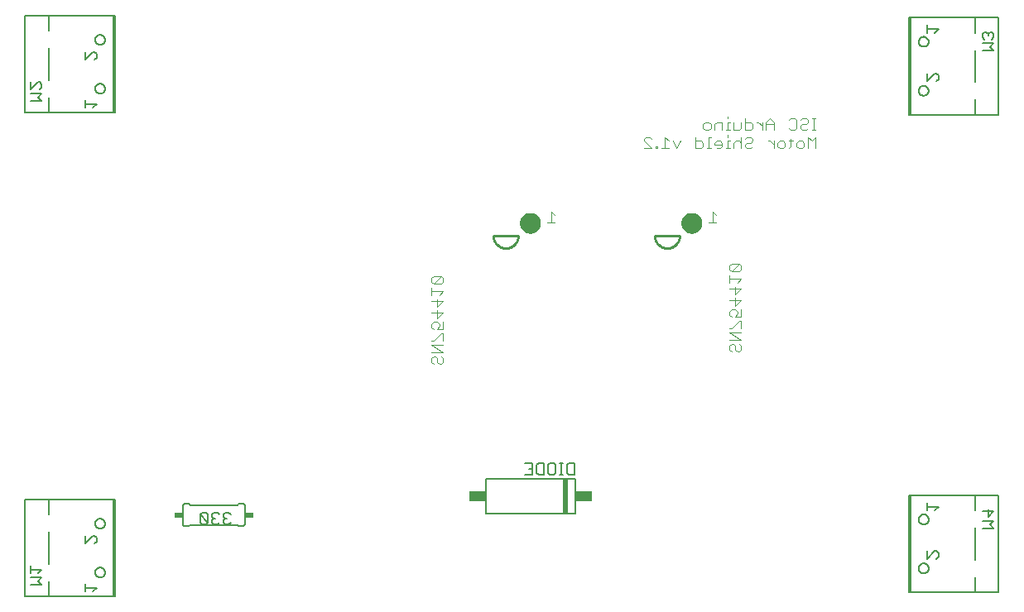
<source format=gbo>
G75*
%MOIN*%
%OFA0B0*%
%FSLAX25Y25*%
%IPPOS*%
%LPD*%
%AMOC8*
5,1,8,0,0,1.08239X$1,22.5*
%
%ADD10C,0.01000*%
%ADD11C,0.00400*%
%ADD12C,0.03200*%
%ADD13C,0.00600*%
%ADD14C,0.00500*%
%ADD15R,0.02000X0.14000*%
%ADD16R,0.06500X0.04200*%
%ADD17R,0.03400X0.02400*%
D10*
X0191800Y0149320D02*
X0201800Y0149320D01*
X0201798Y0149180D01*
X0201792Y0149040D01*
X0201782Y0148900D01*
X0201769Y0148760D01*
X0201751Y0148621D01*
X0201729Y0148482D01*
X0201704Y0148345D01*
X0201675Y0148207D01*
X0201642Y0148071D01*
X0201605Y0147936D01*
X0201564Y0147802D01*
X0201519Y0147669D01*
X0201471Y0147537D01*
X0201419Y0147407D01*
X0201364Y0147278D01*
X0201305Y0147151D01*
X0201242Y0147025D01*
X0201176Y0146901D01*
X0201107Y0146780D01*
X0201034Y0146660D01*
X0200957Y0146542D01*
X0200878Y0146427D01*
X0200795Y0146313D01*
X0200709Y0146203D01*
X0200620Y0146094D01*
X0200528Y0145988D01*
X0200433Y0145885D01*
X0200336Y0145784D01*
X0200235Y0145687D01*
X0200132Y0145592D01*
X0200026Y0145500D01*
X0199917Y0145411D01*
X0199807Y0145325D01*
X0199693Y0145242D01*
X0199578Y0145163D01*
X0199460Y0145086D01*
X0199340Y0145013D01*
X0199219Y0144944D01*
X0199095Y0144878D01*
X0198969Y0144815D01*
X0198842Y0144756D01*
X0198713Y0144701D01*
X0198583Y0144649D01*
X0198451Y0144601D01*
X0198318Y0144556D01*
X0198184Y0144515D01*
X0198049Y0144478D01*
X0197913Y0144445D01*
X0197775Y0144416D01*
X0197638Y0144391D01*
X0197499Y0144369D01*
X0197360Y0144351D01*
X0197220Y0144338D01*
X0197080Y0144328D01*
X0196940Y0144322D01*
X0196800Y0144320D01*
X0196660Y0144322D01*
X0196520Y0144328D01*
X0196380Y0144338D01*
X0196240Y0144351D01*
X0196101Y0144369D01*
X0195962Y0144391D01*
X0195825Y0144416D01*
X0195687Y0144445D01*
X0195551Y0144478D01*
X0195416Y0144515D01*
X0195282Y0144556D01*
X0195149Y0144601D01*
X0195017Y0144649D01*
X0194887Y0144701D01*
X0194758Y0144756D01*
X0194631Y0144815D01*
X0194505Y0144878D01*
X0194381Y0144944D01*
X0194260Y0145013D01*
X0194140Y0145086D01*
X0194022Y0145163D01*
X0193907Y0145242D01*
X0193793Y0145325D01*
X0193683Y0145411D01*
X0193574Y0145500D01*
X0193468Y0145592D01*
X0193365Y0145687D01*
X0193264Y0145784D01*
X0193167Y0145885D01*
X0193072Y0145988D01*
X0192980Y0146094D01*
X0192891Y0146203D01*
X0192805Y0146313D01*
X0192722Y0146427D01*
X0192643Y0146542D01*
X0192566Y0146660D01*
X0192493Y0146780D01*
X0192424Y0146901D01*
X0192358Y0147025D01*
X0192295Y0147151D01*
X0192236Y0147278D01*
X0192181Y0147407D01*
X0192129Y0147537D01*
X0192081Y0147669D01*
X0192036Y0147802D01*
X0191995Y0147936D01*
X0191958Y0148071D01*
X0191925Y0148207D01*
X0191896Y0148345D01*
X0191871Y0148482D01*
X0191849Y0148621D01*
X0191831Y0148760D01*
X0191818Y0148900D01*
X0191808Y0149040D01*
X0191802Y0149180D01*
X0191800Y0149320D01*
X0256800Y0149320D02*
X0266800Y0149320D01*
X0266798Y0149180D01*
X0266792Y0149040D01*
X0266782Y0148900D01*
X0266769Y0148760D01*
X0266751Y0148621D01*
X0266729Y0148482D01*
X0266704Y0148345D01*
X0266675Y0148207D01*
X0266642Y0148071D01*
X0266605Y0147936D01*
X0266564Y0147802D01*
X0266519Y0147669D01*
X0266471Y0147537D01*
X0266419Y0147407D01*
X0266364Y0147278D01*
X0266305Y0147151D01*
X0266242Y0147025D01*
X0266176Y0146901D01*
X0266107Y0146780D01*
X0266034Y0146660D01*
X0265957Y0146542D01*
X0265878Y0146427D01*
X0265795Y0146313D01*
X0265709Y0146203D01*
X0265620Y0146094D01*
X0265528Y0145988D01*
X0265433Y0145885D01*
X0265336Y0145784D01*
X0265235Y0145687D01*
X0265132Y0145592D01*
X0265026Y0145500D01*
X0264917Y0145411D01*
X0264807Y0145325D01*
X0264693Y0145242D01*
X0264578Y0145163D01*
X0264460Y0145086D01*
X0264340Y0145013D01*
X0264219Y0144944D01*
X0264095Y0144878D01*
X0263969Y0144815D01*
X0263842Y0144756D01*
X0263713Y0144701D01*
X0263583Y0144649D01*
X0263451Y0144601D01*
X0263318Y0144556D01*
X0263184Y0144515D01*
X0263049Y0144478D01*
X0262913Y0144445D01*
X0262775Y0144416D01*
X0262638Y0144391D01*
X0262499Y0144369D01*
X0262360Y0144351D01*
X0262220Y0144338D01*
X0262080Y0144328D01*
X0261940Y0144322D01*
X0261800Y0144320D01*
X0261660Y0144322D01*
X0261520Y0144328D01*
X0261380Y0144338D01*
X0261240Y0144351D01*
X0261101Y0144369D01*
X0260962Y0144391D01*
X0260825Y0144416D01*
X0260687Y0144445D01*
X0260551Y0144478D01*
X0260416Y0144515D01*
X0260282Y0144556D01*
X0260149Y0144601D01*
X0260017Y0144649D01*
X0259887Y0144701D01*
X0259758Y0144756D01*
X0259631Y0144815D01*
X0259505Y0144878D01*
X0259381Y0144944D01*
X0259260Y0145013D01*
X0259140Y0145086D01*
X0259022Y0145163D01*
X0258907Y0145242D01*
X0258793Y0145325D01*
X0258683Y0145411D01*
X0258574Y0145500D01*
X0258468Y0145592D01*
X0258365Y0145687D01*
X0258264Y0145784D01*
X0258167Y0145885D01*
X0258072Y0145988D01*
X0257980Y0146094D01*
X0257891Y0146203D01*
X0257805Y0146313D01*
X0257722Y0146427D01*
X0257643Y0146542D01*
X0257566Y0146660D01*
X0257493Y0146780D01*
X0257424Y0146901D01*
X0257358Y0147025D01*
X0257295Y0147151D01*
X0257236Y0147278D01*
X0257181Y0147407D01*
X0257129Y0147537D01*
X0257081Y0147669D01*
X0257036Y0147802D01*
X0256995Y0147936D01*
X0256958Y0148071D01*
X0256925Y0148207D01*
X0256896Y0148345D01*
X0256871Y0148482D01*
X0256849Y0148621D01*
X0256831Y0148760D01*
X0256818Y0148900D01*
X0256808Y0149040D01*
X0256802Y0149180D01*
X0256800Y0149320D01*
D11*
X0278531Y0154520D02*
X0281600Y0154520D01*
X0280065Y0154520D02*
X0280065Y0159124D01*
X0281600Y0157589D01*
X0287767Y0137985D02*
X0287000Y0137218D01*
X0287000Y0135683D01*
X0287767Y0134916D01*
X0290837Y0137985D01*
X0287767Y0137985D01*
X0287767Y0134916D02*
X0290837Y0134916D01*
X0291604Y0135683D01*
X0291604Y0137218D01*
X0290837Y0137985D01*
X0287000Y0133381D02*
X0287000Y0130312D01*
X0287000Y0131846D02*
X0291604Y0131846D01*
X0290069Y0130312D01*
X0289302Y0128777D02*
X0289302Y0125708D01*
X0291604Y0128010D01*
X0287000Y0128010D01*
X0289302Y0124173D02*
X0289302Y0121104D01*
X0291604Y0123406D01*
X0287000Y0123406D01*
X0287767Y0119569D02*
X0287000Y0118802D01*
X0287000Y0117267D01*
X0287767Y0116500D01*
X0289302Y0116500D02*
X0290069Y0118035D01*
X0290069Y0118802D01*
X0289302Y0119569D01*
X0287767Y0119569D01*
X0289302Y0116500D02*
X0291604Y0116500D01*
X0291604Y0119569D01*
X0291604Y0114965D02*
X0290837Y0114965D01*
X0287767Y0111896D01*
X0287000Y0111896D01*
X0287000Y0110361D02*
X0291604Y0110361D01*
X0291604Y0111896D02*
X0291604Y0114965D01*
X0287000Y0110361D02*
X0291604Y0107292D01*
X0287000Y0107292D01*
X0287767Y0105757D02*
X0287000Y0104990D01*
X0287000Y0103456D01*
X0287767Y0102688D01*
X0289302Y0103456D02*
X0289302Y0104990D01*
X0288535Y0105757D01*
X0287767Y0105757D01*
X0289302Y0103456D02*
X0290069Y0102688D01*
X0290837Y0102688D01*
X0291604Y0103456D01*
X0291604Y0104990D01*
X0290837Y0105757D01*
X0216600Y0154520D02*
X0213531Y0154520D01*
X0215065Y0154520D02*
X0215065Y0159124D01*
X0216600Y0157589D01*
X0252541Y0184520D02*
X0255610Y0184520D01*
X0252541Y0187589D01*
X0252541Y0188356D01*
X0253308Y0189124D01*
X0254843Y0189124D01*
X0255610Y0188356D01*
X0257145Y0185287D02*
X0257145Y0184520D01*
X0257912Y0184520D01*
X0257912Y0185287D01*
X0257145Y0185287D01*
X0259447Y0184520D02*
X0262516Y0184520D01*
X0260982Y0184520D02*
X0260982Y0189124D01*
X0262516Y0187589D01*
X0264051Y0187589D02*
X0265586Y0184520D01*
X0267120Y0187589D01*
X0273259Y0187589D02*
X0275561Y0187589D01*
X0276328Y0186822D01*
X0276328Y0185287D01*
X0275561Y0184520D01*
X0273259Y0184520D01*
X0273259Y0189124D01*
X0276328Y0192787D02*
X0276328Y0194322D01*
X0277095Y0195089D01*
X0278630Y0195089D01*
X0279397Y0194322D01*
X0279397Y0192787D01*
X0278630Y0192020D01*
X0277095Y0192020D01*
X0276328Y0192787D01*
X0280932Y0192020D02*
X0280932Y0194322D01*
X0281699Y0195089D01*
X0284001Y0195089D01*
X0284001Y0192020D01*
X0285536Y0192020D02*
X0287071Y0192020D01*
X0286303Y0192020D02*
X0286303Y0195089D01*
X0287071Y0195089D01*
X0288605Y0195089D02*
X0288605Y0192020D01*
X0290907Y0192020D01*
X0291674Y0192787D01*
X0291674Y0195089D01*
X0293209Y0195089D02*
X0295511Y0195089D01*
X0296278Y0194322D01*
X0296278Y0192787D01*
X0295511Y0192020D01*
X0293209Y0192020D01*
X0293209Y0196624D01*
X0297813Y0195089D02*
X0298580Y0195089D01*
X0300115Y0193554D01*
X0300115Y0192020D02*
X0300115Y0195089D01*
X0301650Y0195089D02*
X0301650Y0192020D01*
X0301650Y0194322D02*
X0304719Y0194322D01*
X0304719Y0195089D02*
X0303184Y0196624D01*
X0301650Y0195089D01*
X0304719Y0195089D02*
X0304719Y0192020D01*
X0304719Y0187589D02*
X0304719Y0184520D01*
X0304719Y0186054D02*
X0303184Y0187589D01*
X0302417Y0187589D01*
X0306254Y0186822D02*
X0307021Y0187589D01*
X0308556Y0187589D01*
X0309323Y0186822D01*
X0309323Y0185287D01*
X0308556Y0184520D01*
X0307021Y0184520D01*
X0306254Y0185287D01*
X0306254Y0186822D01*
X0310858Y0187589D02*
X0312392Y0187589D01*
X0311625Y0188356D02*
X0311625Y0185287D01*
X0310858Y0184520D01*
X0313927Y0185287D02*
X0313927Y0186822D01*
X0314694Y0187589D01*
X0316229Y0187589D01*
X0316996Y0186822D01*
X0316996Y0185287D01*
X0316229Y0184520D01*
X0314694Y0184520D01*
X0313927Y0185287D01*
X0318531Y0184520D02*
X0318531Y0189124D01*
X0320065Y0187589D01*
X0321600Y0189124D01*
X0321600Y0184520D01*
X0321600Y0192020D02*
X0320065Y0192020D01*
X0320833Y0192020D02*
X0320833Y0196624D01*
X0321600Y0196624D02*
X0320065Y0196624D01*
X0318531Y0195856D02*
X0318531Y0195089D01*
X0317763Y0194322D01*
X0316229Y0194322D01*
X0315461Y0193554D01*
X0315461Y0192787D01*
X0316229Y0192020D01*
X0317763Y0192020D01*
X0318531Y0192787D01*
X0318531Y0195856D02*
X0317763Y0196624D01*
X0316229Y0196624D01*
X0315461Y0195856D01*
X0313927Y0195856D02*
X0313927Y0192787D01*
X0313159Y0192020D01*
X0311625Y0192020D01*
X0310858Y0192787D01*
X0310858Y0195856D02*
X0311625Y0196624D01*
X0313159Y0196624D01*
X0313927Y0195856D01*
X0296278Y0188356D02*
X0296278Y0187589D01*
X0295511Y0186822D01*
X0293976Y0186822D01*
X0293209Y0186054D01*
X0293209Y0185287D01*
X0293976Y0184520D01*
X0295511Y0184520D01*
X0296278Y0185287D01*
X0296278Y0188356D02*
X0295511Y0189124D01*
X0293976Y0189124D01*
X0293209Y0188356D01*
X0291674Y0189124D02*
X0291674Y0184520D01*
X0291674Y0186822D02*
X0290907Y0187589D01*
X0289373Y0187589D01*
X0288605Y0186822D01*
X0288605Y0184520D01*
X0287071Y0184520D02*
X0285536Y0184520D01*
X0286303Y0184520D02*
X0286303Y0187589D01*
X0287071Y0187589D01*
X0286303Y0189124D02*
X0286303Y0189891D01*
X0283234Y0187589D02*
X0281699Y0187589D01*
X0280932Y0186822D01*
X0280932Y0186054D01*
X0284001Y0186054D01*
X0284001Y0185287D02*
X0284001Y0186822D01*
X0283234Y0187589D01*
X0284001Y0185287D02*
X0283234Y0184520D01*
X0281699Y0184520D01*
X0279397Y0184520D02*
X0277863Y0184520D01*
X0278630Y0184520D02*
X0278630Y0189124D01*
X0279397Y0189124D01*
X0286303Y0196624D02*
X0286303Y0197391D01*
X0171604Y0132218D02*
X0171604Y0130683D01*
X0170837Y0129916D01*
X0167767Y0129916D01*
X0170837Y0132985D01*
X0167767Y0132985D01*
X0167000Y0132218D01*
X0167000Y0130683D01*
X0167767Y0129916D01*
X0167000Y0128381D02*
X0167000Y0125312D01*
X0167000Y0126846D02*
X0171604Y0126846D01*
X0170069Y0125312D01*
X0169302Y0123777D02*
X0169302Y0120708D01*
X0171604Y0123010D01*
X0167000Y0123010D01*
X0169302Y0119173D02*
X0169302Y0116104D01*
X0171604Y0118406D01*
X0167000Y0118406D01*
X0167767Y0114569D02*
X0167000Y0113802D01*
X0167000Y0112267D01*
X0167767Y0111500D01*
X0169302Y0111500D02*
X0170069Y0113035D01*
X0170069Y0113802D01*
X0169302Y0114569D01*
X0167767Y0114569D01*
X0169302Y0111500D02*
X0171604Y0111500D01*
X0171604Y0114569D01*
X0171604Y0109965D02*
X0170837Y0109965D01*
X0167767Y0106896D01*
X0167000Y0106896D01*
X0167000Y0105361D02*
X0171604Y0105361D01*
X0171604Y0106896D02*
X0171604Y0109965D01*
X0167000Y0105361D02*
X0171604Y0102292D01*
X0167000Y0102292D01*
X0167767Y0100757D02*
X0167000Y0099990D01*
X0167000Y0098456D01*
X0167767Y0097688D01*
X0169302Y0098456D02*
X0170069Y0097688D01*
X0170837Y0097688D01*
X0171604Y0098456D01*
X0171604Y0099990D01*
X0170837Y0100757D01*
X0169302Y0099990D02*
X0168535Y0100757D01*
X0167767Y0100757D01*
X0169302Y0099990D02*
X0169302Y0098456D01*
X0171604Y0132218D02*
X0170837Y0132985D01*
D12*
X0206800Y0151820D02*
X0206800Y0154320D01*
X0204300Y0154320D02*
X0204302Y0154419D01*
X0204308Y0154519D01*
X0204318Y0154618D01*
X0204332Y0154716D01*
X0204349Y0154814D01*
X0204371Y0154911D01*
X0204396Y0155007D01*
X0204425Y0155102D01*
X0204458Y0155196D01*
X0204495Y0155288D01*
X0204535Y0155379D01*
X0204579Y0155468D01*
X0204627Y0155556D01*
X0204678Y0155641D01*
X0204732Y0155724D01*
X0204789Y0155806D01*
X0204850Y0155884D01*
X0204914Y0155961D01*
X0204980Y0156034D01*
X0205050Y0156105D01*
X0205122Y0156173D01*
X0205197Y0156239D01*
X0205275Y0156301D01*
X0205355Y0156360D01*
X0205437Y0156416D01*
X0205521Y0156468D01*
X0205608Y0156517D01*
X0205696Y0156563D01*
X0205786Y0156605D01*
X0205878Y0156644D01*
X0205971Y0156679D01*
X0206065Y0156710D01*
X0206161Y0156737D01*
X0206258Y0156760D01*
X0206355Y0156780D01*
X0206453Y0156796D01*
X0206552Y0156808D01*
X0206651Y0156816D01*
X0206750Y0156820D01*
X0206850Y0156820D01*
X0206949Y0156816D01*
X0207048Y0156808D01*
X0207147Y0156796D01*
X0207245Y0156780D01*
X0207342Y0156760D01*
X0207439Y0156737D01*
X0207535Y0156710D01*
X0207629Y0156679D01*
X0207722Y0156644D01*
X0207814Y0156605D01*
X0207904Y0156563D01*
X0207992Y0156517D01*
X0208079Y0156468D01*
X0208163Y0156416D01*
X0208245Y0156360D01*
X0208325Y0156301D01*
X0208403Y0156239D01*
X0208478Y0156173D01*
X0208550Y0156105D01*
X0208620Y0156034D01*
X0208686Y0155961D01*
X0208750Y0155884D01*
X0208811Y0155806D01*
X0208868Y0155724D01*
X0208922Y0155641D01*
X0208973Y0155556D01*
X0209021Y0155468D01*
X0209065Y0155379D01*
X0209105Y0155288D01*
X0209142Y0155196D01*
X0209175Y0155102D01*
X0209204Y0155007D01*
X0209229Y0154911D01*
X0209251Y0154814D01*
X0209268Y0154716D01*
X0209282Y0154618D01*
X0209292Y0154519D01*
X0209298Y0154419D01*
X0209300Y0154320D01*
X0209298Y0154221D01*
X0209292Y0154121D01*
X0209282Y0154022D01*
X0209268Y0153924D01*
X0209251Y0153826D01*
X0209229Y0153729D01*
X0209204Y0153633D01*
X0209175Y0153538D01*
X0209142Y0153444D01*
X0209105Y0153352D01*
X0209065Y0153261D01*
X0209021Y0153172D01*
X0208973Y0153084D01*
X0208922Y0152999D01*
X0208868Y0152916D01*
X0208811Y0152834D01*
X0208750Y0152756D01*
X0208686Y0152679D01*
X0208620Y0152606D01*
X0208550Y0152535D01*
X0208478Y0152467D01*
X0208403Y0152401D01*
X0208325Y0152339D01*
X0208245Y0152280D01*
X0208163Y0152224D01*
X0208079Y0152172D01*
X0207992Y0152123D01*
X0207904Y0152077D01*
X0207814Y0152035D01*
X0207722Y0151996D01*
X0207629Y0151961D01*
X0207535Y0151930D01*
X0207439Y0151903D01*
X0207342Y0151880D01*
X0207245Y0151860D01*
X0207147Y0151844D01*
X0207048Y0151832D01*
X0206949Y0151824D01*
X0206850Y0151820D01*
X0206750Y0151820D01*
X0206651Y0151824D01*
X0206552Y0151832D01*
X0206453Y0151844D01*
X0206355Y0151860D01*
X0206258Y0151880D01*
X0206161Y0151903D01*
X0206065Y0151930D01*
X0205971Y0151961D01*
X0205878Y0151996D01*
X0205786Y0152035D01*
X0205696Y0152077D01*
X0205608Y0152123D01*
X0205521Y0152172D01*
X0205437Y0152224D01*
X0205355Y0152280D01*
X0205275Y0152339D01*
X0205197Y0152401D01*
X0205122Y0152467D01*
X0205050Y0152535D01*
X0204980Y0152606D01*
X0204914Y0152679D01*
X0204850Y0152756D01*
X0204789Y0152834D01*
X0204732Y0152916D01*
X0204678Y0152999D01*
X0204627Y0153084D01*
X0204579Y0153172D01*
X0204535Y0153261D01*
X0204495Y0153352D01*
X0204458Y0153444D01*
X0204425Y0153538D01*
X0204396Y0153633D01*
X0204371Y0153729D01*
X0204349Y0153826D01*
X0204332Y0153924D01*
X0204318Y0154022D01*
X0204308Y0154121D01*
X0204302Y0154221D01*
X0204300Y0154320D01*
X0271800Y0154320D02*
X0271800Y0151820D01*
X0269300Y0154320D02*
X0269302Y0154419D01*
X0269308Y0154519D01*
X0269318Y0154618D01*
X0269332Y0154716D01*
X0269349Y0154814D01*
X0269371Y0154911D01*
X0269396Y0155007D01*
X0269425Y0155102D01*
X0269458Y0155196D01*
X0269495Y0155288D01*
X0269535Y0155379D01*
X0269579Y0155468D01*
X0269627Y0155556D01*
X0269678Y0155641D01*
X0269732Y0155724D01*
X0269789Y0155806D01*
X0269850Y0155884D01*
X0269914Y0155961D01*
X0269980Y0156034D01*
X0270050Y0156105D01*
X0270122Y0156173D01*
X0270197Y0156239D01*
X0270275Y0156301D01*
X0270355Y0156360D01*
X0270437Y0156416D01*
X0270521Y0156468D01*
X0270608Y0156517D01*
X0270696Y0156563D01*
X0270786Y0156605D01*
X0270878Y0156644D01*
X0270971Y0156679D01*
X0271065Y0156710D01*
X0271161Y0156737D01*
X0271258Y0156760D01*
X0271355Y0156780D01*
X0271453Y0156796D01*
X0271552Y0156808D01*
X0271651Y0156816D01*
X0271750Y0156820D01*
X0271850Y0156820D01*
X0271949Y0156816D01*
X0272048Y0156808D01*
X0272147Y0156796D01*
X0272245Y0156780D01*
X0272342Y0156760D01*
X0272439Y0156737D01*
X0272535Y0156710D01*
X0272629Y0156679D01*
X0272722Y0156644D01*
X0272814Y0156605D01*
X0272904Y0156563D01*
X0272992Y0156517D01*
X0273079Y0156468D01*
X0273163Y0156416D01*
X0273245Y0156360D01*
X0273325Y0156301D01*
X0273403Y0156239D01*
X0273478Y0156173D01*
X0273550Y0156105D01*
X0273620Y0156034D01*
X0273686Y0155961D01*
X0273750Y0155884D01*
X0273811Y0155806D01*
X0273868Y0155724D01*
X0273922Y0155641D01*
X0273973Y0155556D01*
X0274021Y0155468D01*
X0274065Y0155379D01*
X0274105Y0155288D01*
X0274142Y0155196D01*
X0274175Y0155102D01*
X0274204Y0155007D01*
X0274229Y0154911D01*
X0274251Y0154814D01*
X0274268Y0154716D01*
X0274282Y0154618D01*
X0274292Y0154519D01*
X0274298Y0154419D01*
X0274300Y0154320D01*
X0274298Y0154221D01*
X0274292Y0154121D01*
X0274282Y0154022D01*
X0274268Y0153924D01*
X0274251Y0153826D01*
X0274229Y0153729D01*
X0274204Y0153633D01*
X0274175Y0153538D01*
X0274142Y0153444D01*
X0274105Y0153352D01*
X0274065Y0153261D01*
X0274021Y0153172D01*
X0273973Y0153084D01*
X0273922Y0152999D01*
X0273868Y0152916D01*
X0273811Y0152834D01*
X0273750Y0152756D01*
X0273686Y0152679D01*
X0273620Y0152606D01*
X0273550Y0152535D01*
X0273478Y0152467D01*
X0273403Y0152401D01*
X0273325Y0152339D01*
X0273245Y0152280D01*
X0273163Y0152224D01*
X0273079Y0152172D01*
X0272992Y0152123D01*
X0272904Y0152077D01*
X0272814Y0152035D01*
X0272722Y0151996D01*
X0272629Y0151961D01*
X0272535Y0151930D01*
X0272439Y0151903D01*
X0272342Y0151880D01*
X0272245Y0151860D01*
X0272147Y0151844D01*
X0272048Y0151832D01*
X0271949Y0151824D01*
X0271850Y0151820D01*
X0271750Y0151820D01*
X0271651Y0151824D01*
X0271552Y0151832D01*
X0271453Y0151844D01*
X0271355Y0151860D01*
X0271258Y0151880D01*
X0271161Y0151903D01*
X0271065Y0151930D01*
X0270971Y0151961D01*
X0270878Y0151996D01*
X0270786Y0152035D01*
X0270696Y0152077D01*
X0270608Y0152123D01*
X0270521Y0152172D01*
X0270437Y0152224D01*
X0270355Y0152280D01*
X0270275Y0152339D01*
X0270197Y0152401D01*
X0270122Y0152467D01*
X0270050Y0152535D01*
X0269980Y0152606D01*
X0269914Y0152679D01*
X0269850Y0152756D01*
X0269789Y0152834D01*
X0269732Y0152916D01*
X0269678Y0152999D01*
X0269627Y0153084D01*
X0269579Y0153172D01*
X0269535Y0153261D01*
X0269495Y0153352D01*
X0269458Y0153444D01*
X0269425Y0153538D01*
X0269396Y0153633D01*
X0269371Y0153729D01*
X0269349Y0153826D01*
X0269332Y0153924D01*
X0269318Y0154022D01*
X0269308Y0154121D01*
X0269302Y0154221D01*
X0269300Y0154320D01*
D13*
X0012694Y0003831D02*
X0003292Y0003831D01*
X0003292Y0043131D01*
X0012694Y0043131D01*
X0038694Y0043131D01*
X0038694Y0003831D01*
X0039493Y0003831D01*
X0039493Y0043131D01*
X0038694Y0043131D01*
X0031492Y0033331D02*
X0031494Y0033420D01*
X0031500Y0033509D01*
X0031510Y0033598D01*
X0031524Y0033686D01*
X0031541Y0033773D01*
X0031563Y0033859D01*
X0031589Y0033945D01*
X0031618Y0034029D01*
X0031651Y0034112D01*
X0031687Y0034193D01*
X0031728Y0034273D01*
X0031771Y0034350D01*
X0031818Y0034426D01*
X0031869Y0034499D01*
X0031922Y0034570D01*
X0031979Y0034639D01*
X0032039Y0034705D01*
X0032102Y0034769D01*
X0032167Y0034829D01*
X0032235Y0034887D01*
X0032306Y0034941D01*
X0032379Y0034992D01*
X0032454Y0035040D01*
X0032531Y0035085D01*
X0032610Y0035126D01*
X0032691Y0035163D01*
X0032773Y0035197D01*
X0032857Y0035228D01*
X0032942Y0035254D01*
X0033028Y0035277D01*
X0033115Y0035295D01*
X0033203Y0035310D01*
X0033292Y0035321D01*
X0033381Y0035328D01*
X0033470Y0035331D01*
X0033559Y0035330D01*
X0033648Y0035325D01*
X0033736Y0035316D01*
X0033825Y0035303D01*
X0033912Y0035286D01*
X0033999Y0035266D01*
X0034085Y0035241D01*
X0034169Y0035213D01*
X0034252Y0035181D01*
X0034334Y0035145D01*
X0034414Y0035106D01*
X0034492Y0035063D01*
X0034568Y0035017D01*
X0034642Y0034967D01*
X0034714Y0034914D01*
X0034783Y0034858D01*
X0034850Y0034799D01*
X0034914Y0034737D01*
X0034975Y0034673D01*
X0035034Y0034605D01*
X0035089Y0034535D01*
X0035141Y0034463D01*
X0035190Y0034388D01*
X0035235Y0034312D01*
X0035277Y0034233D01*
X0035315Y0034153D01*
X0035350Y0034071D01*
X0035381Y0033987D01*
X0035409Y0033902D01*
X0035432Y0033816D01*
X0035452Y0033729D01*
X0035468Y0033642D01*
X0035480Y0033553D01*
X0035488Y0033465D01*
X0035492Y0033376D01*
X0035492Y0033286D01*
X0035488Y0033197D01*
X0035480Y0033109D01*
X0035468Y0033020D01*
X0035452Y0032933D01*
X0035432Y0032846D01*
X0035409Y0032760D01*
X0035381Y0032675D01*
X0035350Y0032591D01*
X0035315Y0032509D01*
X0035277Y0032429D01*
X0035235Y0032350D01*
X0035190Y0032274D01*
X0035141Y0032199D01*
X0035089Y0032127D01*
X0035034Y0032057D01*
X0034975Y0031989D01*
X0034914Y0031925D01*
X0034850Y0031863D01*
X0034783Y0031804D01*
X0034714Y0031748D01*
X0034642Y0031695D01*
X0034568Y0031645D01*
X0034492Y0031599D01*
X0034414Y0031556D01*
X0034334Y0031517D01*
X0034252Y0031481D01*
X0034169Y0031449D01*
X0034085Y0031421D01*
X0033999Y0031396D01*
X0033912Y0031376D01*
X0033825Y0031359D01*
X0033736Y0031346D01*
X0033648Y0031337D01*
X0033559Y0031332D01*
X0033470Y0031331D01*
X0033381Y0031334D01*
X0033292Y0031341D01*
X0033203Y0031352D01*
X0033115Y0031367D01*
X0033028Y0031385D01*
X0032942Y0031408D01*
X0032857Y0031434D01*
X0032773Y0031465D01*
X0032691Y0031499D01*
X0032610Y0031536D01*
X0032531Y0031577D01*
X0032454Y0031622D01*
X0032379Y0031670D01*
X0032306Y0031721D01*
X0032235Y0031775D01*
X0032167Y0031833D01*
X0032102Y0031893D01*
X0032039Y0031957D01*
X0031979Y0032023D01*
X0031922Y0032092D01*
X0031869Y0032163D01*
X0031818Y0032236D01*
X0031771Y0032312D01*
X0031728Y0032389D01*
X0031687Y0032469D01*
X0031651Y0032550D01*
X0031618Y0032633D01*
X0031589Y0032717D01*
X0031563Y0032803D01*
X0031541Y0032889D01*
X0031524Y0032976D01*
X0031510Y0033064D01*
X0031500Y0033153D01*
X0031494Y0033242D01*
X0031492Y0033331D01*
X0012694Y0029831D02*
X0012694Y0017131D01*
X0012694Y0010131D02*
X0012694Y0003831D01*
X0038694Y0003831D01*
X0031492Y0013631D02*
X0031494Y0013720D01*
X0031500Y0013809D01*
X0031510Y0013898D01*
X0031524Y0013986D01*
X0031541Y0014073D01*
X0031563Y0014159D01*
X0031589Y0014245D01*
X0031618Y0014329D01*
X0031651Y0014412D01*
X0031687Y0014493D01*
X0031728Y0014573D01*
X0031771Y0014650D01*
X0031818Y0014726D01*
X0031869Y0014799D01*
X0031922Y0014870D01*
X0031979Y0014939D01*
X0032039Y0015005D01*
X0032102Y0015069D01*
X0032167Y0015129D01*
X0032235Y0015187D01*
X0032306Y0015241D01*
X0032379Y0015292D01*
X0032454Y0015340D01*
X0032531Y0015385D01*
X0032610Y0015426D01*
X0032691Y0015463D01*
X0032773Y0015497D01*
X0032857Y0015528D01*
X0032942Y0015554D01*
X0033028Y0015577D01*
X0033115Y0015595D01*
X0033203Y0015610D01*
X0033292Y0015621D01*
X0033381Y0015628D01*
X0033470Y0015631D01*
X0033559Y0015630D01*
X0033648Y0015625D01*
X0033736Y0015616D01*
X0033825Y0015603D01*
X0033912Y0015586D01*
X0033999Y0015566D01*
X0034085Y0015541D01*
X0034169Y0015513D01*
X0034252Y0015481D01*
X0034334Y0015445D01*
X0034414Y0015406D01*
X0034492Y0015363D01*
X0034568Y0015317D01*
X0034642Y0015267D01*
X0034714Y0015214D01*
X0034783Y0015158D01*
X0034850Y0015099D01*
X0034914Y0015037D01*
X0034975Y0014973D01*
X0035034Y0014905D01*
X0035089Y0014835D01*
X0035141Y0014763D01*
X0035190Y0014688D01*
X0035235Y0014612D01*
X0035277Y0014533D01*
X0035315Y0014453D01*
X0035350Y0014371D01*
X0035381Y0014287D01*
X0035409Y0014202D01*
X0035432Y0014116D01*
X0035452Y0014029D01*
X0035468Y0013942D01*
X0035480Y0013853D01*
X0035488Y0013765D01*
X0035492Y0013676D01*
X0035492Y0013586D01*
X0035488Y0013497D01*
X0035480Y0013409D01*
X0035468Y0013320D01*
X0035452Y0013233D01*
X0035432Y0013146D01*
X0035409Y0013060D01*
X0035381Y0012975D01*
X0035350Y0012891D01*
X0035315Y0012809D01*
X0035277Y0012729D01*
X0035235Y0012650D01*
X0035190Y0012574D01*
X0035141Y0012499D01*
X0035089Y0012427D01*
X0035034Y0012357D01*
X0034975Y0012289D01*
X0034914Y0012225D01*
X0034850Y0012163D01*
X0034783Y0012104D01*
X0034714Y0012048D01*
X0034642Y0011995D01*
X0034568Y0011945D01*
X0034492Y0011899D01*
X0034414Y0011856D01*
X0034334Y0011817D01*
X0034252Y0011781D01*
X0034169Y0011749D01*
X0034085Y0011721D01*
X0033999Y0011696D01*
X0033912Y0011676D01*
X0033825Y0011659D01*
X0033736Y0011646D01*
X0033648Y0011637D01*
X0033559Y0011632D01*
X0033470Y0011631D01*
X0033381Y0011634D01*
X0033292Y0011641D01*
X0033203Y0011652D01*
X0033115Y0011667D01*
X0033028Y0011685D01*
X0032942Y0011708D01*
X0032857Y0011734D01*
X0032773Y0011765D01*
X0032691Y0011799D01*
X0032610Y0011836D01*
X0032531Y0011877D01*
X0032454Y0011922D01*
X0032379Y0011970D01*
X0032306Y0012021D01*
X0032235Y0012075D01*
X0032167Y0012133D01*
X0032102Y0012193D01*
X0032039Y0012257D01*
X0031979Y0012323D01*
X0031922Y0012392D01*
X0031869Y0012463D01*
X0031818Y0012536D01*
X0031771Y0012612D01*
X0031728Y0012689D01*
X0031687Y0012769D01*
X0031651Y0012850D01*
X0031618Y0012933D01*
X0031589Y0013017D01*
X0031563Y0013103D01*
X0031541Y0013189D01*
X0031524Y0013276D01*
X0031510Y0013364D01*
X0031500Y0013453D01*
X0031494Y0013542D01*
X0031492Y0013631D01*
X0066800Y0033320D02*
X0066800Y0040320D01*
X0066802Y0040380D01*
X0066807Y0040441D01*
X0066816Y0040500D01*
X0066829Y0040559D01*
X0066845Y0040618D01*
X0066865Y0040675D01*
X0066888Y0040730D01*
X0066915Y0040785D01*
X0066944Y0040837D01*
X0066977Y0040888D01*
X0067013Y0040937D01*
X0067051Y0040983D01*
X0067093Y0041027D01*
X0067137Y0041069D01*
X0067183Y0041107D01*
X0067232Y0041143D01*
X0067283Y0041176D01*
X0067335Y0041205D01*
X0067390Y0041232D01*
X0067445Y0041255D01*
X0067502Y0041275D01*
X0067561Y0041291D01*
X0067620Y0041304D01*
X0067679Y0041313D01*
X0067740Y0041318D01*
X0067800Y0041320D01*
X0069300Y0041320D01*
X0069800Y0040820D01*
X0088800Y0040820D01*
X0089300Y0041320D01*
X0090800Y0041320D01*
X0090860Y0041318D01*
X0090921Y0041313D01*
X0090980Y0041304D01*
X0091039Y0041291D01*
X0091098Y0041275D01*
X0091155Y0041255D01*
X0091210Y0041232D01*
X0091265Y0041205D01*
X0091317Y0041176D01*
X0091368Y0041143D01*
X0091417Y0041107D01*
X0091463Y0041069D01*
X0091507Y0041027D01*
X0091549Y0040983D01*
X0091587Y0040937D01*
X0091623Y0040888D01*
X0091656Y0040837D01*
X0091685Y0040785D01*
X0091712Y0040730D01*
X0091735Y0040675D01*
X0091755Y0040618D01*
X0091771Y0040559D01*
X0091784Y0040500D01*
X0091793Y0040441D01*
X0091798Y0040380D01*
X0091800Y0040320D01*
X0091800Y0033320D01*
X0091798Y0033260D01*
X0091793Y0033199D01*
X0091784Y0033140D01*
X0091771Y0033081D01*
X0091755Y0033022D01*
X0091735Y0032965D01*
X0091712Y0032910D01*
X0091685Y0032855D01*
X0091656Y0032803D01*
X0091623Y0032752D01*
X0091587Y0032703D01*
X0091549Y0032657D01*
X0091507Y0032613D01*
X0091463Y0032571D01*
X0091417Y0032533D01*
X0091368Y0032497D01*
X0091317Y0032464D01*
X0091265Y0032435D01*
X0091210Y0032408D01*
X0091155Y0032385D01*
X0091098Y0032365D01*
X0091039Y0032349D01*
X0090980Y0032336D01*
X0090921Y0032327D01*
X0090860Y0032322D01*
X0090800Y0032320D01*
X0089300Y0032320D01*
X0088800Y0032820D01*
X0069800Y0032820D01*
X0069300Y0032320D01*
X0067800Y0032320D01*
X0067740Y0032322D01*
X0067679Y0032327D01*
X0067620Y0032336D01*
X0067561Y0032349D01*
X0067502Y0032365D01*
X0067445Y0032385D01*
X0067390Y0032408D01*
X0067335Y0032435D01*
X0067283Y0032464D01*
X0067232Y0032497D01*
X0067183Y0032533D01*
X0067137Y0032571D01*
X0067093Y0032613D01*
X0067051Y0032657D01*
X0067013Y0032703D01*
X0066977Y0032752D01*
X0066944Y0032803D01*
X0066915Y0032855D01*
X0066888Y0032910D01*
X0066865Y0032965D01*
X0066845Y0033022D01*
X0066829Y0033081D01*
X0066816Y0033140D01*
X0066807Y0033199D01*
X0066802Y0033260D01*
X0066800Y0033320D01*
X0012694Y0036831D02*
X0012694Y0043131D01*
X0188800Y0037320D02*
X0224800Y0037320D01*
X0224800Y0051320D01*
X0188800Y0051320D01*
X0188800Y0037320D01*
X0359107Y0044808D02*
X0359107Y0005509D01*
X0359906Y0005509D01*
X0385906Y0005509D01*
X0395308Y0005509D01*
X0395308Y0044808D01*
X0385906Y0044808D01*
X0359906Y0044808D01*
X0359107Y0044808D01*
X0359906Y0044808D02*
X0359906Y0005509D01*
X0363108Y0015309D02*
X0363110Y0015398D01*
X0363116Y0015487D01*
X0363126Y0015576D01*
X0363140Y0015664D01*
X0363157Y0015751D01*
X0363179Y0015837D01*
X0363205Y0015923D01*
X0363234Y0016007D01*
X0363267Y0016090D01*
X0363303Y0016171D01*
X0363344Y0016251D01*
X0363387Y0016328D01*
X0363434Y0016404D01*
X0363485Y0016477D01*
X0363538Y0016548D01*
X0363595Y0016617D01*
X0363655Y0016683D01*
X0363718Y0016747D01*
X0363783Y0016807D01*
X0363851Y0016865D01*
X0363922Y0016919D01*
X0363995Y0016970D01*
X0364070Y0017018D01*
X0364147Y0017063D01*
X0364226Y0017104D01*
X0364307Y0017141D01*
X0364389Y0017175D01*
X0364473Y0017206D01*
X0364558Y0017232D01*
X0364644Y0017255D01*
X0364731Y0017273D01*
X0364819Y0017288D01*
X0364908Y0017299D01*
X0364997Y0017306D01*
X0365086Y0017309D01*
X0365175Y0017308D01*
X0365264Y0017303D01*
X0365352Y0017294D01*
X0365441Y0017281D01*
X0365528Y0017264D01*
X0365615Y0017244D01*
X0365701Y0017219D01*
X0365785Y0017191D01*
X0365868Y0017159D01*
X0365950Y0017123D01*
X0366030Y0017084D01*
X0366108Y0017041D01*
X0366184Y0016995D01*
X0366258Y0016945D01*
X0366330Y0016892D01*
X0366399Y0016836D01*
X0366466Y0016777D01*
X0366530Y0016715D01*
X0366591Y0016651D01*
X0366650Y0016583D01*
X0366705Y0016513D01*
X0366757Y0016441D01*
X0366806Y0016366D01*
X0366851Y0016290D01*
X0366893Y0016211D01*
X0366931Y0016131D01*
X0366966Y0016049D01*
X0366997Y0015965D01*
X0367025Y0015880D01*
X0367048Y0015794D01*
X0367068Y0015707D01*
X0367084Y0015620D01*
X0367096Y0015531D01*
X0367104Y0015443D01*
X0367108Y0015354D01*
X0367108Y0015264D01*
X0367104Y0015175D01*
X0367096Y0015087D01*
X0367084Y0014998D01*
X0367068Y0014911D01*
X0367048Y0014824D01*
X0367025Y0014738D01*
X0366997Y0014653D01*
X0366966Y0014569D01*
X0366931Y0014487D01*
X0366893Y0014407D01*
X0366851Y0014328D01*
X0366806Y0014252D01*
X0366757Y0014177D01*
X0366705Y0014105D01*
X0366650Y0014035D01*
X0366591Y0013967D01*
X0366530Y0013903D01*
X0366466Y0013841D01*
X0366399Y0013782D01*
X0366330Y0013726D01*
X0366258Y0013673D01*
X0366184Y0013623D01*
X0366108Y0013577D01*
X0366030Y0013534D01*
X0365950Y0013495D01*
X0365868Y0013459D01*
X0365785Y0013427D01*
X0365701Y0013399D01*
X0365615Y0013374D01*
X0365528Y0013354D01*
X0365441Y0013337D01*
X0365352Y0013324D01*
X0365264Y0013315D01*
X0365175Y0013310D01*
X0365086Y0013309D01*
X0364997Y0013312D01*
X0364908Y0013319D01*
X0364819Y0013330D01*
X0364731Y0013345D01*
X0364644Y0013363D01*
X0364558Y0013386D01*
X0364473Y0013412D01*
X0364389Y0013443D01*
X0364307Y0013477D01*
X0364226Y0013514D01*
X0364147Y0013555D01*
X0364070Y0013600D01*
X0363995Y0013648D01*
X0363922Y0013699D01*
X0363851Y0013753D01*
X0363783Y0013811D01*
X0363718Y0013871D01*
X0363655Y0013935D01*
X0363595Y0014001D01*
X0363538Y0014070D01*
X0363485Y0014141D01*
X0363434Y0014214D01*
X0363387Y0014290D01*
X0363344Y0014367D01*
X0363303Y0014447D01*
X0363267Y0014528D01*
X0363234Y0014611D01*
X0363205Y0014695D01*
X0363179Y0014781D01*
X0363157Y0014867D01*
X0363140Y0014954D01*
X0363126Y0015042D01*
X0363116Y0015131D01*
X0363110Y0015220D01*
X0363108Y0015309D01*
X0385906Y0018808D02*
X0385906Y0031509D01*
X0385906Y0038509D02*
X0385906Y0044808D01*
X0363108Y0035009D02*
X0363110Y0035098D01*
X0363116Y0035187D01*
X0363126Y0035276D01*
X0363140Y0035364D01*
X0363157Y0035451D01*
X0363179Y0035537D01*
X0363205Y0035623D01*
X0363234Y0035707D01*
X0363267Y0035790D01*
X0363303Y0035871D01*
X0363344Y0035951D01*
X0363387Y0036028D01*
X0363434Y0036104D01*
X0363485Y0036177D01*
X0363538Y0036248D01*
X0363595Y0036317D01*
X0363655Y0036383D01*
X0363718Y0036447D01*
X0363783Y0036507D01*
X0363851Y0036565D01*
X0363922Y0036619D01*
X0363995Y0036670D01*
X0364070Y0036718D01*
X0364147Y0036763D01*
X0364226Y0036804D01*
X0364307Y0036841D01*
X0364389Y0036875D01*
X0364473Y0036906D01*
X0364558Y0036932D01*
X0364644Y0036955D01*
X0364731Y0036973D01*
X0364819Y0036988D01*
X0364908Y0036999D01*
X0364997Y0037006D01*
X0365086Y0037009D01*
X0365175Y0037008D01*
X0365264Y0037003D01*
X0365352Y0036994D01*
X0365441Y0036981D01*
X0365528Y0036964D01*
X0365615Y0036944D01*
X0365701Y0036919D01*
X0365785Y0036891D01*
X0365868Y0036859D01*
X0365950Y0036823D01*
X0366030Y0036784D01*
X0366108Y0036741D01*
X0366184Y0036695D01*
X0366258Y0036645D01*
X0366330Y0036592D01*
X0366399Y0036536D01*
X0366466Y0036477D01*
X0366530Y0036415D01*
X0366591Y0036351D01*
X0366650Y0036283D01*
X0366705Y0036213D01*
X0366757Y0036141D01*
X0366806Y0036066D01*
X0366851Y0035990D01*
X0366893Y0035911D01*
X0366931Y0035831D01*
X0366966Y0035749D01*
X0366997Y0035665D01*
X0367025Y0035580D01*
X0367048Y0035494D01*
X0367068Y0035407D01*
X0367084Y0035320D01*
X0367096Y0035231D01*
X0367104Y0035143D01*
X0367108Y0035054D01*
X0367108Y0034964D01*
X0367104Y0034875D01*
X0367096Y0034787D01*
X0367084Y0034698D01*
X0367068Y0034611D01*
X0367048Y0034524D01*
X0367025Y0034438D01*
X0366997Y0034353D01*
X0366966Y0034269D01*
X0366931Y0034187D01*
X0366893Y0034107D01*
X0366851Y0034028D01*
X0366806Y0033952D01*
X0366757Y0033877D01*
X0366705Y0033805D01*
X0366650Y0033735D01*
X0366591Y0033667D01*
X0366530Y0033603D01*
X0366466Y0033541D01*
X0366399Y0033482D01*
X0366330Y0033426D01*
X0366258Y0033373D01*
X0366184Y0033323D01*
X0366108Y0033277D01*
X0366030Y0033234D01*
X0365950Y0033195D01*
X0365868Y0033159D01*
X0365785Y0033127D01*
X0365701Y0033099D01*
X0365615Y0033074D01*
X0365528Y0033054D01*
X0365441Y0033037D01*
X0365352Y0033024D01*
X0365264Y0033015D01*
X0365175Y0033010D01*
X0365086Y0033009D01*
X0364997Y0033012D01*
X0364908Y0033019D01*
X0364819Y0033030D01*
X0364731Y0033045D01*
X0364644Y0033063D01*
X0364558Y0033086D01*
X0364473Y0033112D01*
X0364389Y0033143D01*
X0364307Y0033177D01*
X0364226Y0033214D01*
X0364147Y0033255D01*
X0364070Y0033300D01*
X0363995Y0033348D01*
X0363922Y0033399D01*
X0363851Y0033453D01*
X0363783Y0033511D01*
X0363718Y0033571D01*
X0363655Y0033635D01*
X0363595Y0033701D01*
X0363538Y0033770D01*
X0363485Y0033841D01*
X0363434Y0033914D01*
X0363387Y0033990D01*
X0363344Y0034067D01*
X0363303Y0034147D01*
X0363267Y0034228D01*
X0363234Y0034311D01*
X0363205Y0034395D01*
X0363179Y0034481D01*
X0363157Y0034567D01*
X0363140Y0034654D01*
X0363126Y0034742D01*
X0363116Y0034831D01*
X0363110Y0034920D01*
X0363108Y0035009D01*
X0385906Y0011808D02*
X0385906Y0005509D01*
X0385906Y0198009D02*
X0359906Y0198009D01*
X0359906Y0237308D01*
X0359107Y0237308D01*
X0359107Y0198009D01*
X0359906Y0198009D01*
X0363108Y0207809D02*
X0363110Y0207898D01*
X0363116Y0207987D01*
X0363126Y0208076D01*
X0363140Y0208164D01*
X0363157Y0208251D01*
X0363179Y0208337D01*
X0363205Y0208423D01*
X0363234Y0208507D01*
X0363267Y0208590D01*
X0363303Y0208671D01*
X0363344Y0208751D01*
X0363387Y0208828D01*
X0363434Y0208904D01*
X0363485Y0208977D01*
X0363538Y0209048D01*
X0363595Y0209117D01*
X0363655Y0209183D01*
X0363718Y0209247D01*
X0363783Y0209307D01*
X0363851Y0209365D01*
X0363922Y0209419D01*
X0363995Y0209470D01*
X0364070Y0209518D01*
X0364147Y0209563D01*
X0364226Y0209604D01*
X0364307Y0209641D01*
X0364389Y0209675D01*
X0364473Y0209706D01*
X0364558Y0209732D01*
X0364644Y0209755D01*
X0364731Y0209773D01*
X0364819Y0209788D01*
X0364908Y0209799D01*
X0364997Y0209806D01*
X0365086Y0209809D01*
X0365175Y0209808D01*
X0365264Y0209803D01*
X0365352Y0209794D01*
X0365441Y0209781D01*
X0365528Y0209764D01*
X0365615Y0209744D01*
X0365701Y0209719D01*
X0365785Y0209691D01*
X0365868Y0209659D01*
X0365950Y0209623D01*
X0366030Y0209584D01*
X0366108Y0209541D01*
X0366184Y0209495D01*
X0366258Y0209445D01*
X0366330Y0209392D01*
X0366399Y0209336D01*
X0366466Y0209277D01*
X0366530Y0209215D01*
X0366591Y0209151D01*
X0366650Y0209083D01*
X0366705Y0209013D01*
X0366757Y0208941D01*
X0366806Y0208866D01*
X0366851Y0208790D01*
X0366893Y0208711D01*
X0366931Y0208631D01*
X0366966Y0208549D01*
X0366997Y0208465D01*
X0367025Y0208380D01*
X0367048Y0208294D01*
X0367068Y0208207D01*
X0367084Y0208120D01*
X0367096Y0208031D01*
X0367104Y0207943D01*
X0367108Y0207854D01*
X0367108Y0207764D01*
X0367104Y0207675D01*
X0367096Y0207587D01*
X0367084Y0207498D01*
X0367068Y0207411D01*
X0367048Y0207324D01*
X0367025Y0207238D01*
X0366997Y0207153D01*
X0366966Y0207069D01*
X0366931Y0206987D01*
X0366893Y0206907D01*
X0366851Y0206828D01*
X0366806Y0206752D01*
X0366757Y0206677D01*
X0366705Y0206605D01*
X0366650Y0206535D01*
X0366591Y0206467D01*
X0366530Y0206403D01*
X0366466Y0206341D01*
X0366399Y0206282D01*
X0366330Y0206226D01*
X0366258Y0206173D01*
X0366184Y0206123D01*
X0366108Y0206077D01*
X0366030Y0206034D01*
X0365950Y0205995D01*
X0365868Y0205959D01*
X0365785Y0205927D01*
X0365701Y0205899D01*
X0365615Y0205874D01*
X0365528Y0205854D01*
X0365441Y0205837D01*
X0365352Y0205824D01*
X0365264Y0205815D01*
X0365175Y0205810D01*
X0365086Y0205809D01*
X0364997Y0205812D01*
X0364908Y0205819D01*
X0364819Y0205830D01*
X0364731Y0205845D01*
X0364644Y0205863D01*
X0364558Y0205886D01*
X0364473Y0205912D01*
X0364389Y0205943D01*
X0364307Y0205977D01*
X0364226Y0206014D01*
X0364147Y0206055D01*
X0364070Y0206100D01*
X0363995Y0206148D01*
X0363922Y0206199D01*
X0363851Y0206253D01*
X0363783Y0206311D01*
X0363718Y0206371D01*
X0363655Y0206435D01*
X0363595Y0206501D01*
X0363538Y0206570D01*
X0363485Y0206641D01*
X0363434Y0206714D01*
X0363387Y0206790D01*
X0363344Y0206867D01*
X0363303Y0206947D01*
X0363267Y0207028D01*
X0363234Y0207111D01*
X0363205Y0207195D01*
X0363179Y0207281D01*
X0363157Y0207367D01*
X0363140Y0207454D01*
X0363126Y0207542D01*
X0363116Y0207631D01*
X0363110Y0207720D01*
X0363108Y0207809D01*
X0385906Y0211308D02*
X0385906Y0224009D01*
X0385906Y0231009D02*
X0385906Y0237308D01*
X0359906Y0237308D01*
X0363108Y0227509D02*
X0363110Y0227598D01*
X0363116Y0227687D01*
X0363126Y0227776D01*
X0363140Y0227864D01*
X0363157Y0227951D01*
X0363179Y0228037D01*
X0363205Y0228123D01*
X0363234Y0228207D01*
X0363267Y0228290D01*
X0363303Y0228371D01*
X0363344Y0228451D01*
X0363387Y0228528D01*
X0363434Y0228604D01*
X0363485Y0228677D01*
X0363538Y0228748D01*
X0363595Y0228817D01*
X0363655Y0228883D01*
X0363718Y0228947D01*
X0363783Y0229007D01*
X0363851Y0229065D01*
X0363922Y0229119D01*
X0363995Y0229170D01*
X0364070Y0229218D01*
X0364147Y0229263D01*
X0364226Y0229304D01*
X0364307Y0229341D01*
X0364389Y0229375D01*
X0364473Y0229406D01*
X0364558Y0229432D01*
X0364644Y0229455D01*
X0364731Y0229473D01*
X0364819Y0229488D01*
X0364908Y0229499D01*
X0364997Y0229506D01*
X0365086Y0229509D01*
X0365175Y0229508D01*
X0365264Y0229503D01*
X0365352Y0229494D01*
X0365441Y0229481D01*
X0365528Y0229464D01*
X0365615Y0229444D01*
X0365701Y0229419D01*
X0365785Y0229391D01*
X0365868Y0229359D01*
X0365950Y0229323D01*
X0366030Y0229284D01*
X0366108Y0229241D01*
X0366184Y0229195D01*
X0366258Y0229145D01*
X0366330Y0229092D01*
X0366399Y0229036D01*
X0366466Y0228977D01*
X0366530Y0228915D01*
X0366591Y0228851D01*
X0366650Y0228783D01*
X0366705Y0228713D01*
X0366757Y0228641D01*
X0366806Y0228566D01*
X0366851Y0228490D01*
X0366893Y0228411D01*
X0366931Y0228331D01*
X0366966Y0228249D01*
X0366997Y0228165D01*
X0367025Y0228080D01*
X0367048Y0227994D01*
X0367068Y0227907D01*
X0367084Y0227820D01*
X0367096Y0227731D01*
X0367104Y0227643D01*
X0367108Y0227554D01*
X0367108Y0227464D01*
X0367104Y0227375D01*
X0367096Y0227287D01*
X0367084Y0227198D01*
X0367068Y0227111D01*
X0367048Y0227024D01*
X0367025Y0226938D01*
X0366997Y0226853D01*
X0366966Y0226769D01*
X0366931Y0226687D01*
X0366893Y0226607D01*
X0366851Y0226528D01*
X0366806Y0226452D01*
X0366757Y0226377D01*
X0366705Y0226305D01*
X0366650Y0226235D01*
X0366591Y0226167D01*
X0366530Y0226103D01*
X0366466Y0226041D01*
X0366399Y0225982D01*
X0366330Y0225926D01*
X0366258Y0225873D01*
X0366184Y0225823D01*
X0366108Y0225777D01*
X0366030Y0225734D01*
X0365950Y0225695D01*
X0365868Y0225659D01*
X0365785Y0225627D01*
X0365701Y0225599D01*
X0365615Y0225574D01*
X0365528Y0225554D01*
X0365441Y0225537D01*
X0365352Y0225524D01*
X0365264Y0225515D01*
X0365175Y0225510D01*
X0365086Y0225509D01*
X0364997Y0225512D01*
X0364908Y0225519D01*
X0364819Y0225530D01*
X0364731Y0225545D01*
X0364644Y0225563D01*
X0364558Y0225586D01*
X0364473Y0225612D01*
X0364389Y0225643D01*
X0364307Y0225677D01*
X0364226Y0225714D01*
X0364147Y0225755D01*
X0364070Y0225800D01*
X0363995Y0225848D01*
X0363922Y0225899D01*
X0363851Y0225953D01*
X0363783Y0226011D01*
X0363718Y0226071D01*
X0363655Y0226135D01*
X0363595Y0226201D01*
X0363538Y0226270D01*
X0363485Y0226341D01*
X0363434Y0226414D01*
X0363387Y0226490D01*
X0363344Y0226567D01*
X0363303Y0226647D01*
X0363267Y0226728D01*
X0363234Y0226811D01*
X0363205Y0226895D01*
X0363179Y0226981D01*
X0363157Y0227067D01*
X0363140Y0227154D01*
X0363126Y0227242D01*
X0363116Y0227331D01*
X0363110Y0227420D01*
X0363108Y0227509D01*
X0385906Y0237308D02*
X0395308Y0237308D01*
X0395308Y0198009D01*
X0385906Y0198009D01*
X0385906Y0204308D01*
X0039493Y0198831D02*
X0039493Y0238131D01*
X0038694Y0238131D01*
X0012694Y0238131D01*
X0003292Y0238131D01*
X0003292Y0198831D01*
X0012694Y0198831D01*
X0038694Y0198831D01*
X0039493Y0198831D01*
X0038694Y0198831D02*
X0038694Y0238131D01*
X0031492Y0228331D02*
X0031494Y0228420D01*
X0031500Y0228509D01*
X0031510Y0228598D01*
X0031524Y0228686D01*
X0031541Y0228773D01*
X0031563Y0228859D01*
X0031589Y0228945D01*
X0031618Y0229029D01*
X0031651Y0229112D01*
X0031687Y0229193D01*
X0031728Y0229273D01*
X0031771Y0229350D01*
X0031818Y0229426D01*
X0031869Y0229499D01*
X0031922Y0229570D01*
X0031979Y0229639D01*
X0032039Y0229705D01*
X0032102Y0229769D01*
X0032167Y0229829D01*
X0032235Y0229887D01*
X0032306Y0229941D01*
X0032379Y0229992D01*
X0032454Y0230040D01*
X0032531Y0230085D01*
X0032610Y0230126D01*
X0032691Y0230163D01*
X0032773Y0230197D01*
X0032857Y0230228D01*
X0032942Y0230254D01*
X0033028Y0230277D01*
X0033115Y0230295D01*
X0033203Y0230310D01*
X0033292Y0230321D01*
X0033381Y0230328D01*
X0033470Y0230331D01*
X0033559Y0230330D01*
X0033648Y0230325D01*
X0033736Y0230316D01*
X0033825Y0230303D01*
X0033912Y0230286D01*
X0033999Y0230266D01*
X0034085Y0230241D01*
X0034169Y0230213D01*
X0034252Y0230181D01*
X0034334Y0230145D01*
X0034414Y0230106D01*
X0034492Y0230063D01*
X0034568Y0230017D01*
X0034642Y0229967D01*
X0034714Y0229914D01*
X0034783Y0229858D01*
X0034850Y0229799D01*
X0034914Y0229737D01*
X0034975Y0229673D01*
X0035034Y0229605D01*
X0035089Y0229535D01*
X0035141Y0229463D01*
X0035190Y0229388D01*
X0035235Y0229312D01*
X0035277Y0229233D01*
X0035315Y0229153D01*
X0035350Y0229071D01*
X0035381Y0228987D01*
X0035409Y0228902D01*
X0035432Y0228816D01*
X0035452Y0228729D01*
X0035468Y0228642D01*
X0035480Y0228553D01*
X0035488Y0228465D01*
X0035492Y0228376D01*
X0035492Y0228286D01*
X0035488Y0228197D01*
X0035480Y0228109D01*
X0035468Y0228020D01*
X0035452Y0227933D01*
X0035432Y0227846D01*
X0035409Y0227760D01*
X0035381Y0227675D01*
X0035350Y0227591D01*
X0035315Y0227509D01*
X0035277Y0227429D01*
X0035235Y0227350D01*
X0035190Y0227274D01*
X0035141Y0227199D01*
X0035089Y0227127D01*
X0035034Y0227057D01*
X0034975Y0226989D01*
X0034914Y0226925D01*
X0034850Y0226863D01*
X0034783Y0226804D01*
X0034714Y0226748D01*
X0034642Y0226695D01*
X0034568Y0226645D01*
X0034492Y0226599D01*
X0034414Y0226556D01*
X0034334Y0226517D01*
X0034252Y0226481D01*
X0034169Y0226449D01*
X0034085Y0226421D01*
X0033999Y0226396D01*
X0033912Y0226376D01*
X0033825Y0226359D01*
X0033736Y0226346D01*
X0033648Y0226337D01*
X0033559Y0226332D01*
X0033470Y0226331D01*
X0033381Y0226334D01*
X0033292Y0226341D01*
X0033203Y0226352D01*
X0033115Y0226367D01*
X0033028Y0226385D01*
X0032942Y0226408D01*
X0032857Y0226434D01*
X0032773Y0226465D01*
X0032691Y0226499D01*
X0032610Y0226536D01*
X0032531Y0226577D01*
X0032454Y0226622D01*
X0032379Y0226670D01*
X0032306Y0226721D01*
X0032235Y0226775D01*
X0032167Y0226833D01*
X0032102Y0226893D01*
X0032039Y0226957D01*
X0031979Y0227023D01*
X0031922Y0227092D01*
X0031869Y0227163D01*
X0031818Y0227236D01*
X0031771Y0227312D01*
X0031728Y0227389D01*
X0031687Y0227469D01*
X0031651Y0227550D01*
X0031618Y0227633D01*
X0031589Y0227717D01*
X0031563Y0227803D01*
X0031541Y0227889D01*
X0031524Y0227976D01*
X0031510Y0228064D01*
X0031500Y0228153D01*
X0031494Y0228242D01*
X0031492Y0228331D01*
X0012694Y0224831D02*
X0012694Y0212131D01*
X0012694Y0205131D02*
X0012694Y0198831D01*
X0031492Y0208631D02*
X0031494Y0208720D01*
X0031500Y0208809D01*
X0031510Y0208898D01*
X0031524Y0208986D01*
X0031541Y0209073D01*
X0031563Y0209159D01*
X0031589Y0209245D01*
X0031618Y0209329D01*
X0031651Y0209412D01*
X0031687Y0209493D01*
X0031728Y0209573D01*
X0031771Y0209650D01*
X0031818Y0209726D01*
X0031869Y0209799D01*
X0031922Y0209870D01*
X0031979Y0209939D01*
X0032039Y0210005D01*
X0032102Y0210069D01*
X0032167Y0210129D01*
X0032235Y0210187D01*
X0032306Y0210241D01*
X0032379Y0210292D01*
X0032454Y0210340D01*
X0032531Y0210385D01*
X0032610Y0210426D01*
X0032691Y0210463D01*
X0032773Y0210497D01*
X0032857Y0210528D01*
X0032942Y0210554D01*
X0033028Y0210577D01*
X0033115Y0210595D01*
X0033203Y0210610D01*
X0033292Y0210621D01*
X0033381Y0210628D01*
X0033470Y0210631D01*
X0033559Y0210630D01*
X0033648Y0210625D01*
X0033736Y0210616D01*
X0033825Y0210603D01*
X0033912Y0210586D01*
X0033999Y0210566D01*
X0034085Y0210541D01*
X0034169Y0210513D01*
X0034252Y0210481D01*
X0034334Y0210445D01*
X0034414Y0210406D01*
X0034492Y0210363D01*
X0034568Y0210317D01*
X0034642Y0210267D01*
X0034714Y0210214D01*
X0034783Y0210158D01*
X0034850Y0210099D01*
X0034914Y0210037D01*
X0034975Y0209973D01*
X0035034Y0209905D01*
X0035089Y0209835D01*
X0035141Y0209763D01*
X0035190Y0209688D01*
X0035235Y0209612D01*
X0035277Y0209533D01*
X0035315Y0209453D01*
X0035350Y0209371D01*
X0035381Y0209287D01*
X0035409Y0209202D01*
X0035432Y0209116D01*
X0035452Y0209029D01*
X0035468Y0208942D01*
X0035480Y0208853D01*
X0035488Y0208765D01*
X0035492Y0208676D01*
X0035492Y0208586D01*
X0035488Y0208497D01*
X0035480Y0208409D01*
X0035468Y0208320D01*
X0035452Y0208233D01*
X0035432Y0208146D01*
X0035409Y0208060D01*
X0035381Y0207975D01*
X0035350Y0207891D01*
X0035315Y0207809D01*
X0035277Y0207729D01*
X0035235Y0207650D01*
X0035190Y0207574D01*
X0035141Y0207499D01*
X0035089Y0207427D01*
X0035034Y0207357D01*
X0034975Y0207289D01*
X0034914Y0207225D01*
X0034850Y0207163D01*
X0034783Y0207104D01*
X0034714Y0207048D01*
X0034642Y0206995D01*
X0034568Y0206945D01*
X0034492Y0206899D01*
X0034414Y0206856D01*
X0034334Y0206817D01*
X0034252Y0206781D01*
X0034169Y0206749D01*
X0034085Y0206721D01*
X0033999Y0206696D01*
X0033912Y0206676D01*
X0033825Y0206659D01*
X0033736Y0206646D01*
X0033648Y0206637D01*
X0033559Y0206632D01*
X0033470Y0206631D01*
X0033381Y0206634D01*
X0033292Y0206641D01*
X0033203Y0206652D01*
X0033115Y0206667D01*
X0033028Y0206685D01*
X0032942Y0206708D01*
X0032857Y0206734D01*
X0032773Y0206765D01*
X0032691Y0206799D01*
X0032610Y0206836D01*
X0032531Y0206877D01*
X0032454Y0206922D01*
X0032379Y0206970D01*
X0032306Y0207021D01*
X0032235Y0207075D01*
X0032167Y0207133D01*
X0032102Y0207193D01*
X0032039Y0207257D01*
X0031979Y0207323D01*
X0031922Y0207392D01*
X0031869Y0207463D01*
X0031818Y0207536D01*
X0031771Y0207612D01*
X0031728Y0207689D01*
X0031687Y0207769D01*
X0031651Y0207850D01*
X0031618Y0207933D01*
X0031589Y0208017D01*
X0031563Y0208103D01*
X0031541Y0208189D01*
X0031524Y0208276D01*
X0031510Y0208364D01*
X0031500Y0208453D01*
X0031494Y0208542D01*
X0031492Y0208631D01*
X0012694Y0231831D02*
X0012694Y0238131D01*
D14*
X0027542Y0223383D02*
X0027542Y0220381D01*
X0030545Y0223383D01*
X0031295Y0223383D01*
X0032046Y0222633D01*
X0032046Y0221131D01*
X0031295Y0220381D01*
X0009846Y0210437D02*
X0009846Y0208935D01*
X0009095Y0208185D01*
X0009846Y0206583D02*
X0005342Y0206583D01*
X0005342Y0208185D02*
X0008345Y0211187D01*
X0009095Y0211187D01*
X0009846Y0210437D01*
X0009846Y0206583D02*
X0008345Y0205082D01*
X0009846Y0203581D01*
X0005342Y0203581D01*
X0005342Y0208185D02*
X0005342Y0211187D01*
X0027542Y0203883D02*
X0027542Y0200881D01*
X0027542Y0202382D02*
X0032046Y0202382D01*
X0030545Y0200881D01*
X0204666Y0057574D02*
X0207669Y0057574D01*
X0207669Y0053070D01*
X0204666Y0053070D01*
X0206168Y0055322D02*
X0207669Y0055322D01*
X0209270Y0056823D02*
X0210021Y0057574D01*
X0212273Y0057574D01*
X0212273Y0053070D01*
X0210021Y0053070D01*
X0209270Y0053820D01*
X0209270Y0056823D01*
X0213874Y0056823D02*
X0213874Y0053820D01*
X0214625Y0053070D01*
X0216126Y0053070D01*
X0216877Y0053820D01*
X0216877Y0056823D01*
X0216126Y0057574D01*
X0214625Y0057574D01*
X0213874Y0056823D01*
X0218445Y0057574D02*
X0219946Y0057574D01*
X0219195Y0057574D02*
X0219195Y0053070D01*
X0218445Y0053070D02*
X0219946Y0053070D01*
X0221547Y0053820D02*
X0221547Y0056823D01*
X0222298Y0057574D01*
X0224550Y0057574D01*
X0224550Y0053070D01*
X0222298Y0053070D01*
X0221547Y0053820D01*
X0086050Y0036823D02*
X0085299Y0037574D01*
X0083798Y0037574D01*
X0083047Y0036823D01*
X0083047Y0036072D01*
X0083798Y0035322D01*
X0083047Y0034571D01*
X0083047Y0033820D01*
X0083798Y0033070D01*
X0085299Y0033070D01*
X0086050Y0033820D01*
X0084549Y0035322D02*
X0083798Y0035322D01*
X0081446Y0036823D02*
X0080695Y0037574D01*
X0079194Y0037574D01*
X0078444Y0036823D01*
X0078444Y0036072D01*
X0079194Y0035322D01*
X0078444Y0034571D01*
X0078444Y0033820D01*
X0079194Y0033070D01*
X0080695Y0033070D01*
X0081446Y0033820D01*
X0079945Y0035322D02*
X0079194Y0035322D01*
X0076842Y0033820D02*
X0076842Y0036823D01*
X0076092Y0037574D01*
X0074590Y0037574D01*
X0073840Y0036823D01*
X0076842Y0033820D01*
X0076092Y0033070D01*
X0074590Y0033070D01*
X0073840Y0033820D01*
X0073840Y0036823D01*
X0032046Y0027633D02*
X0032046Y0026131D01*
X0031295Y0025381D01*
X0032046Y0027633D02*
X0031295Y0028383D01*
X0030545Y0028383D01*
X0027542Y0025381D01*
X0027542Y0028383D01*
X0009846Y0014686D02*
X0005342Y0014686D01*
X0005342Y0013185D02*
X0005342Y0016187D01*
X0008345Y0013185D02*
X0009846Y0014686D01*
X0009846Y0011583D02*
X0005342Y0011583D01*
X0005342Y0008581D02*
X0009846Y0008581D01*
X0008345Y0010082D01*
X0009846Y0011583D01*
X0027542Y0008883D02*
X0027542Y0005881D01*
X0027542Y0007382D02*
X0032046Y0007382D01*
X0030545Y0005881D01*
X0366558Y0019155D02*
X0369560Y0022157D01*
X0370311Y0022157D01*
X0371062Y0021407D01*
X0371062Y0019905D01*
X0370311Y0019155D01*
X0366558Y0019155D02*
X0366558Y0022157D01*
X0388758Y0031351D02*
X0393262Y0031351D01*
X0391760Y0032852D01*
X0393262Y0034353D01*
X0388758Y0034353D01*
X0391010Y0035955D02*
X0393262Y0038207D01*
X0388758Y0038207D01*
X0391010Y0038957D02*
X0391010Y0035955D01*
X0371062Y0040156D02*
X0366558Y0040156D01*
X0366558Y0038655D02*
X0366558Y0041657D01*
X0369560Y0038655D02*
X0371062Y0040156D01*
X0370311Y0211655D02*
X0371062Y0212405D01*
X0371062Y0213907D01*
X0370311Y0214657D01*
X0369560Y0214657D01*
X0366558Y0211655D01*
X0366558Y0214657D01*
X0388758Y0223851D02*
X0393262Y0223851D01*
X0391760Y0225352D01*
X0393262Y0226853D01*
X0388758Y0226853D01*
X0389509Y0228455D02*
X0388758Y0229205D01*
X0388758Y0230707D01*
X0389509Y0231457D01*
X0390259Y0231457D01*
X0391010Y0230707D01*
X0391010Y0229956D01*
X0391010Y0230707D02*
X0391760Y0231457D01*
X0392511Y0231457D01*
X0393262Y0230707D01*
X0393262Y0229205D01*
X0392511Y0228455D01*
X0371062Y0232656D02*
X0369560Y0231155D01*
X0371062Y0232656D02*
X0366558Y0232656D01*
X0366558Y0231155D02*
X0366558Y0234157D01*
D15*
X0220800Y0044320D03*
D16*
X0228050Y0044320D03*
X0185550Y0044320D03*
D17*
X0093500Y0036820D03*
X0065100Y0036820D03*
M02*

</source>
